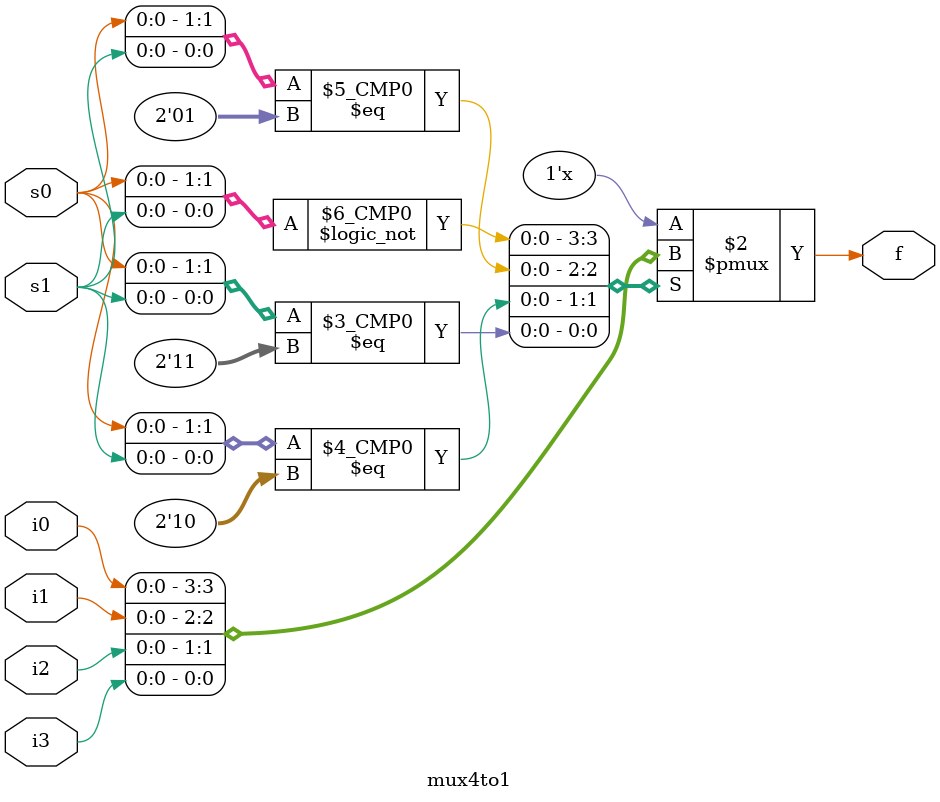
<source format=v>
module mux4to1(i0, i1, i2, i3, s0, s1, f);
	input i0, i1, i2, i3, s0, s1;
	output reg f;
	
	always @(i0 or i1 or i2 or i3 or s0 or s1)
	begin
		case({s0, s1})
			2'b00: f = i0;
			2'b01: f = i1;
			2'b10: f = i2;
			2'b11: f = i3;
		endcase
	end
endmodule

</source>
